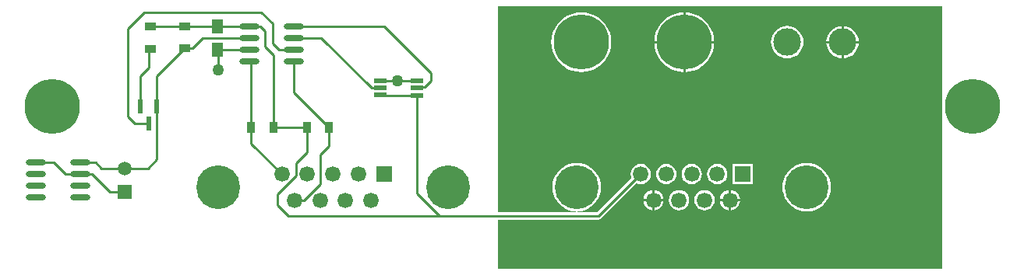
<source format=gtl>
%FSLAX44Y44*%
%MOMM*%
G71*
G01*
G75*
G04 Layer_Physical_Order=1*
G04 Layer_Color=255*
%ADD10O,2.2000X0.6000*%
%ADD11R,0.9000X1.3000*%
%ADD12R,1.4000X0.6000*%
%ADD13R,1.3000X0.9000*%
%ADD14R,1.2500X1.5000*%
%ADD15R,0.6000X1.5000*%
%ADD16C,0.2540*%
%ADD17R,1.5000X1.5000*%
%ADD18C,1.5000*%
%ADD19C,4.7600*%
%ADD20R,1.6900X1.6900*%
%ADD21C,1.6900*%
%ADD22C,6.0000*%
%ADD23C,6.0000*%
%ADD24C,3.0000*%
%ADD25C,1.2700*%
G36*
X1066800Y6350D02*
X584200D01*
Y59615D01*
X693920D01*
X695407Y59911D01*
X696667Y60753D01*
X735093Y99180D01*
X736751Y98493D01*
X739620Y98115D01*
X742489Y98493D01*
X745162Y99600D01*
X747458Y101362D01*
X749220Y103658D01*
X750327Y106331D01*
X750705Y109200D01*
X750327Y112069D01*
X749220Y114742D01*
X747458Y117038D01*
X745162Y118800D01*
X742489Y119907D01*
X739620Y120285D01*
X736751Y119907D01*
X734078Y118800D01*
X731782Y117038D01*
X730020Y114742D01*
X728913Y112069D01*
X728535Y109200D01*
X728913Y106331D01*
X729600Y104673D01*
X692311Y67385D01*
X671075D01*
X671026Y68616D01*
X671026D01*
X671025Y68654D01*
X674203Y68904D01*
X678235Y69872D01*
X682065Y71458D01*
X685600Y73625D01*
X688753Y76317D01*
X691445Y79470D01*
X693612Y83005D01*
X695198Y86835D01*
X696166Y90867D01*
X696491Y95000D01*
X696166Y99133D01*
X695198Y103165D01*
X693612Y106995D01*
X691445Y110530D01*
X688753Y113683D01*
X685600Y116375D01*
X682065Y118542D01*
X678235Y120128D01*
X674203Y121096D01*
X670070Y121421D01*
X665937Y121096D01*
X661905Y120128D01*
X658075Y118542D01*
X654540Y116375D01*
X651387Y113683D01*
X648695Y110530D01*
X646528Y106995D01*
X644942Y103165D01*
X643974Y99133D01*
X643649Y95000D01*
X643974Y90867D01*
X644942Y86835D01*
X646528Y83005D01*
X648695Y79470D01*
X651387Y76317D01*
X654540Y73625D01*
X658075Y71458D01*
X661905Y69872D01*
X665937Y68904D01*
X669115Y68654D01*
X669065Y67385D01*
X584200D01*
Y292100D01*
X1066800D01*
Y6350D01*
D02*
G37*
%LPC*%
G36*
X754740Y91718D02*
Y82070D01*
X764388D01*
X764177Y83669D01*
X763070Y86342D01*
X761308Y88638D01*
X759013Y90400D01*
X756339Y91507D01*
X754740Y91718D01*
D02*
G37*
G36*
X752200D02*
X750601Y91507D01*
X747928Y90400D01*
X745632Y88638D01*
X743870Y86342D01*
X742763Y83669D01*
X742552Y82070D01*
X752200D01*
Y91718D01*
D02*
G37*
G36*
X835300D02*
X833701Y91507D01*
X831028Y90400D01*
X828732Y88638D01*
X826970Y86342D01*
X825863Y83669D01*
X825652Y82070D01*
X835300D01*
Y91718D01*
D02*
G37*
G36*
X767320Y120285D02*
X764451Y119907D01*
X761778Y118800D01*
X759482Y117038D01*
X757720Y114742D01*
X756613Y112069D01*
X756235Y109200D01*
X756613Y106331D01*
X757720Y103658D01*
X759482Y101362D01*
X761778Y99600D01*
X764451Y98493D01*
X767320Y98115D01*
X770189Y98493D01*
X772862Y99600D01*
X775158Y101362D01*
X776920Y103658D01*
X778027Y106331D01*
X778405Y109200D01*
X778027Y112069D01*
X776920Y114742D01*
X775158Y117038D01*
X772862Y118800D01*
X770189Y119907D01*
X767320Y120285D01*
D02*
G37*
G36*
X837840Y91718D02*
Y82070D01*
X847488D01*
X847277Y83669D01*
X846170Y86342D01*
X844408Y88638D01*
X842113Y90400D01*
X839439Y91507D01*
X837840Y91718D01*
D02*
G37*
G36*
X847488Y79530D02*
X837840D01*
Y69882D01*
X839439Y70093D01*
X842113Y71200D01*
X844408Y72962D01*
X846170Y75258D01*
X847277Y77931D01*
X847488Y79530D01*
D02*
G37*
G36*
X808870Y91885D02*
X806001Y91507D01*
X803328Y90400D01*
X801032Y88638D01*
X799270Y86342D01*
X798163Y83669D01*
X797785Y80800D01*
X798163Y77931D01*
X799270Y75258D01*
X801032Y72962D01*
X803328Y71200D01*
X806001Y70093D01*
X808870Y69715D01*
X811739Y70093D01*
X814413Y71200D01*
X816708Y72962D01*
X818470Y75258D01*
X819577Y77931D01*
X819955Y80800D01*
X819577Y83669D01*
X818470Y86342D01*
X816708Y88638D01*
X814413Y90400D01*
X811739Y91507D01*
X808870Y91885D01*
D02*
G37*
G36*
X781170D02*
X778301Y91507D01*
X775628Y90400D01*
X773332Y88638D01*
X771570Y86342D01*
X770463Y83669D01*
X770085Y80800D01*
X770463Y77931D01*
X771570Y75258D01*
X773332Y72962D01*
X775628Y71200D01*
X778301Y70093D01*
X781170Y69715D01*
X784039Y70093D01*
X786712Y71200D01*
X789008Y72962D01*
X790770Y75258D01*
X791877Y77931D01*
X792255Y80800D01*
X791877Y83669D01*
X790770Y86342D01*
X789008Y88638D01*
X786712Y90400D01*
X784039Y91507D01*
X781170Y91885D01*
D02*
G37*
G36*
X919970Y121421D02*
X915837Y121096D01*
X911805Y120128D01*
X907975Y118542D01*
X904440Y116375D01*
X901287Y113683D01*
X898595Y110530D01*
X896428Y106995D01*
X894842Y103165D01*
X893874Y99133D01*
X893549Y95000D01*
X893874Y90867D01*
X894842Y86835D01*
X896428Y83005D01*
X898595Y79470D01*
X901287Y76317D01*
X904440Y73625D01*
X907975Y71458D01*
X911805Y69872D01*
X915837Y68904D01*
X919970Y68579D01*
X924103Y68904D01*
X928135Y69872D01*
X931965Y71458D01*
X935500Y73625D01*
X938653Y76317D01*
X941345Y79470D01*
X943512Y83005D01*
X945098Y86835D01*
X946066Y90867D01*
X946392Y95000D01*
X946066Y99133D01*
X945098Y103165D01*
X943512Y106995D01*
X941345Y110530D01*
X938653Y113683D01*
X935500Y116375D01*
X931965Y118542D01*
X928135Y120128D01*
X924103Y121096D01*
X919970Y121421D01*
D02*
G37*
G36*
X835300Y79530D02*
X825652D01*
X825863Y77931D01*
X826970Y75258D01*
X828732Y72962D01*
X831028Y71200D01*
X833701Y70093D01*
X835300Y69882D01*
Y79530D01*
D02*
G37*
G36*
X764388D02*
X754740D01*
Y69882D01*
X756339Y70093D01*
X759013Y71200D01*
X761308Y72962D01*
X763070Y75258D01*
X764177Y77931D01*
X764388Y79530D01*
D02*
G37*
G36*
X752200D02*
X742552D01*
X742763Y77931D01*
X743870Y75258D01*
X745632Y72962D01*
X747928Y71200D01*
X750601Y70093D01*
X752200Y69882D01*
Y79530D01*
D02*
G37*
G36*
X785622Y285541D02*
X781786Y285239D01*
X776805Y284043D01*
X772074Y282083D01*
X767706Y279407D01*
X763812Y276080D01*
X760485Y272186D01*
X757809Y267819D01*
X755849Y263086D01*
X754653Y258106D01*
X754351Y254270D01*
X785622D01*
Y285541D01*
D02*
G37*
G36*
X976350Y251730D02*
X960120D01*
Y235500D01*
X962288Y235714D01*
X965595Y236717D01*
X968642Y238346D01*
X971313Y240537D01*
X973504Y243208D01*
X975133Y246255D01*
X976136Y249562D01*
X976350Y251730D01*
D02*
G37*
G36*
X957580D02*
X941350D01*
X941564Y249562D01*
X942567Y246255D01*
X944195Y243208D01*
X946387Y240537D01*
X949058Y238346D01*
X952105Y236717D01*
X955412Y235714D01*
X957580Y235500D01*
Y251730D01*
D02*
G37*
G36*
X960120Y270500D02*
Y254270D01*
X976350D01*
X976136Y256439D01*
X975133Y259745D01*
X973504Y262792D01*
X971313Y265463D01*
X968642Y267654D01*
X965595Y269283D01*
X962288Y270286D01*
X960120Y270500D01*
D02*
G37*
G36*
X957580D02*
X955412Y270286D01*
X952105Y269283D01*
X949058Y267654D01*
X946387Y265463D01*
X944195Y262792D01*
X942567Y259745D01*
X941564Y256439D01*
X941350Y254270D01*
X957580D01*
Y270500D01*
D02*
G37*
G36*
X788162Y285541D02*
Y254270D01*
X819433D01*
X819131Y258106D01*
X817935Y263086D01*
X815975Y267819D01*
X813299Y272186D01*
X809972Y276080D01*
X806078Y279407D01*
X801711Y282083D01*
X796979Y284043D01*
X791998Y285239D01*
X788162Y285541D01*
D02*
G37*
G36*
X898774Y270625D02*
X895335Y270286D01*
X892029Y269283D01*
X888982Y267654D01*
X886311Y265463D01*
X884119Y262792D01*
X882491Y259745D01*
X881488Y256439D01*
X881149Y253000D01*
X881488Y249562D01*
X882491Y246255D01*
X884119Y243208D01*
X886311Y240537D01*
X888982Y238346D01*
X892029Y236717D01*
X895335Y235714D01*
X898774Y235375D01*
X902212Y235714D01*
X905519Y236717D01*
X908566Y238346D01*
X911237Y240537D01*
X913428Y243208D01*
X915057Y246255D01*
X916060Y249562D01*
X916399Y253000D01*
X916060Y256439D01*
X915057Y259745D01*
X913428Y262792D01*
X911237Y265463D01*
X908566Y267654D01*
X905519Y269283D01*
X902212Y270286D01*
X898774Y270625D01*
D02*
G37*
G36*
X861410Y120190D02*
X839430D01*
Y98210D01*
X861410D01*
Y120190D01*
D02*
G37*
G36*
X822720Y120285D02*
X819851Y119907D01*
X817178Y118800D01*
X814882Y117038D01*
X813120Y114742D01*
X812013Y112069D01*
X811635Y109200D01*
X812013Y106331D01*
X813120Y103658D01*
X814882Y101362D01*
X817178Y99600D01*
X819851Y98493D01*
X822720Y98115D01*
X825589Y98493D01*
X828262Y99600D01*
X830558Y101362D01*
X832320Y103658D01*
X833427Y106331D01*
X833805Y109200D01*
X833427Y112069D01*
X832320Y114742D01*
X830558Y117038D01*
X828262Y118800D01*
X825589Y119907D01*
X822720Y120285D01*
D02*
G37*
G36*
X795020D02*
X792151Y119907D01*
X789478Y118800D01*
X787182Y117038D01*
X785420Y114742D01*
X784313Y112069D01*
X783935Y109200D01*
X784313Y106331D01*
X785420Y103658D01*
X787182Y101362D01*
X789478Y99600D01*
X792151Y98493D01*
X795020Y98115D01*
X797889Y98493D01*
X800562Y99600D01*
X802858Y101362D01*
X804620Y103658D01*
X805727Y106331D01*
X806105Y109200D01*
X805727Y112069D01*
X804620Y114742D01*
X802858Y117038D01*
X800562Y118800D01*
X797889Y119907D01*
X795020Y120285D01*
D02*
G37*
G36*
X819433Y251730D02*
X788162D01*
Y220459D01*
X791998Y220761D01*
X796979Y221957D01*
X801711Y223917D01*
X806078Y226593D01*
X809972Y229920D01*
X813299Y233814D01*
X815975Y238181D01*
X817935Y242913D01*
X819131Y247894D01*
X819433Y251730D01*
D02*
G37*
G36*
X785622D02*
X754351D01*
X754653Y247894D01*
X755849Y242913D01*
X757809Y238181D01*
X760485Y233814D01*
X763812Y229920D01*
X767706Y226593D01*
X772074Y223917D01*
X776805Y221957D01*
X781786Y220761D01*
X785622Y220459D01*
Y251730D01*
D02*
G37*
G36*
X675000Y285641D02*
X669894Y285239D01*
X664913Y284043D01*
X660182Y282083D01*
X655814Y279407D01*
X651920Y276080D01*
X648593Y272186D01*
X645917Y267819D01*
X643957Y263086D01*
X642761Y258106D01*
X642359Y253000D01*
X642761Y247894D01*
X643957Y242913D01*
X645917Y238181D01*
X648593Y233814D01*
X651920Y229920D01*
X655814Y226593D01*
X660182Y223917D01*
X664913Y221957D01*
X669894Y220761D01*
X675000Y220359D01*
X680106Y220761D01*
X685087Y221957D01*
X689818Y223917D01*
X694186Y226593D01*
X698080Y229920D01*
X701407Y233814D01*
X704083Y238181D01*
X706043Y242913D01*
X707239Y247894D01*
X707641Y253000D01*
X707239Y258106D01*
X706043Y263086D01*
X704083Y267819D01*
X701407Y272186D01*
X698080Y276080D01*
X694186Y279407D01*
X689818Y282083D01*
X685087Y284043D01*
X680106Y285239D01*
X675000Y285641D01*
D02*
G37*
%LPD*%
D10*
X130680Y83820D02*
D03*
Y96520D02*
D03*
Y109220D02*
D03*
Y121920D02*
D03*
X82680Y83820D02*
D03*
Y96520D02*
D03*
Y109220D02*
D03*
Y121920D02*
D03*
X362540Y232150D02*
D03*
Y244850D02*
D03*
Y257550D02*
D03*
Y270250D02*
D03*
X314540Y232150D02*
D03*
Y244850D02*
D03*
Y257550D02*
D03*
Y270250D02*
D03*
D11*
X340250Y160250D02*
D03*
X316250D02*
D03*
X377000Y160000D02*
D03*
X401000D02*
D03*
D12*
X456750Y195250D02*
D03*
Y203250D02*
D03*
Y211250D02*
D03*
X496500Y195000D02*
D03*
Y203000D02*
D03*
Y211000D02*
D03*
D13*
X207000Y270000D02*
D03*
Y246000D02*
D03*
X244000Y270250D02*
D03*
Y246250D02*
D03*
D14*
X280120Y245050D02*
D03*
Y270050D02*
D03*
D15*
X205000Y164492D02*
D03*
X196100Y183000D02*
D03*
X213900D02*
D03*
D16*
X314340Y245050D02*
X314540Y244850D01*
X280120Y245050D02*
X314340D01*
X280120Y270050D02*
X280320Y270250D01*
X314540D01*
X143510Y109220D02*
X162560Y90170D01*
X179070D01*
X153670Y115570D02*
X179070D01*
X147320Y121920D02*
X153670Y115570D01*
X130680Y121920D02*
X147320D01*
X82680D02*
X101600D01*
X130680Y109220D02*
X143510D01*
X114300D02*
X130680D01*
X101600Y121920D02*
X114300Y109220D01*
X244200Y270050D02*
X280120D01*
X244000Y270250D02*
X244200Y270050D01*
X207250Y270250D02*
X244000D01*
X207000Y270000D02*
X207250Y270250D01*
X263800Y257550D02*
X314540D01*
X252500Y246250D02*
X263800Y257550D01*
X244000Y246250D02*
X252500D01*
X213650Y215900D02*
X244000Y246250D01*
X213650Y179750D02*
Y215900D01*
X195850Y179750D02*
Y215850D01*
X205250Y225250D01*
Y244250D01*
X207000Y246000D01*
X340500Y160000D02*
X377000D01*
X340250Y160250D02*
X340500Y160000D01*
X316250Y160250D02*
Y230440D01*
X316380Y230310D01*
X314540Y232150D02*
X316250Y230440D01*
X362540Y198460D02*
Y232150D01*
Y198460D02*
X401000Y160000D01*
X363580Y80800D02*
X373942D01*
X314540Y257550D02*
X319471D01*
X182250Y267750D02*
X200250Y285750D01*
X346400Y244850D02*
X362540D01*
X316250Y142680D02*
Y160250D01*
Y142680D02*
X349730Y109200D01*
X179070Y115570D02*
X204070D01*
X213650Y125150D01*
Y179750D01*
X339750Y251500D02*
X346400Y244850D01*
X200250Y285750D02*
X327500D01*
X339750Y273500D01*
Y251500D02*
Y273500D01*
X340250Y160250D02*
Y239000D01*
X331125Y248125D02*
X340250Y239000D01*
X314540Y270250D02*
X326250D01*
X331125Y265375D01*
Y248125D02*
Y265375D01*
X373942Y80800D02*
X391500Y98358D01*
Y105492D01*
X391250Y105742D02*
X391500Y105492D01*
Y130500D01*
X401000Y140000D01*
Y160000D01*
X447000Y203250D02*
X456750D01*
X392700Y257550D02*
X447000Y203250D01*
X362540Y257550D02*
X392700D01*
X362540Y270250D02*
X461250D01*
X512000Y219500D01*
X497690Y204190D02*
X505078D01*
X512000Y211112D02*
Y219500D01*
X505078Y204190D02*
X512000Y211112D01*
X496500Y203000D02*
X497690Y204190D01*
X345000Y75500D02*
X357000Y63500D01*
X345000Y75500D02*
Y87132D01*
X365170Y107302D01*
Y121460D01*
X377000Y133290D01*
Y160000D01*
X457000Y195000D02*
X496500D01*
X456750Y211250D02*
X475500D01*
X496250D01*
X496500Y211000D01*
X280750Y223000D02*
Y244420D01*
X280120Y245050D02*
X280750Y244420D01*
X693920Y63500D02*
X739620Y109200D01*
X496500Y87700D02*
Y195000D01*
X357000Y63500D02*
X520700D01*
X693920D01*
X496500Y87700D02*
X520700Y63500D01*
X202500Y164000D02*
X204750Y161750D01*
X182250Y171750D02*
Y267750D01*
Y171750D02*
X190000Y164000D01*
X202500D01*
D17*
X179070Y90170D02*
D03*
D18*
Y115570D02*
D03*
D19*
X670070Y95000D02*
D03*
X919970D02*
D03*
X280180D02*
D03*
X530080D02*
D03*
D20*
X850420Y109200D02*
D03*
X460530D02*
D03*
D21*
X836570Y80800D02*
D03*
X822720Y109200D02*
D03*
X808870Y80800D02*
D03*
X795020Y109200D02*
D03*
X781170Y80800D02*
D03*
X767320Y109200D02*
D03*
X753470Y80800D02*
D03*
X739620Y109200D02*
D03*
X446680Y80800D02*
D03*
X432830Y109200D02*
D03*
X418980Y80800D02*
D03*
X405130Y109200D02*
D03*
X391280Y80800D02*
D03*
X377430Y109200D02*
D03*
X363580Y80800D02*
D03*
X349730Y109200D02*
D03*
D22*
X1099999Y182999D02*
D03*
X99999D02*
D03*
D23*
X675000Y253000D02*
D03*
X786892D02*
D03*
D24*
X898774D02*
D03*
X958850D02*
D03*
D25*
X475500Y211250D02*
D03*
X280750Y223000D02*
D03*
M02*

</source>
